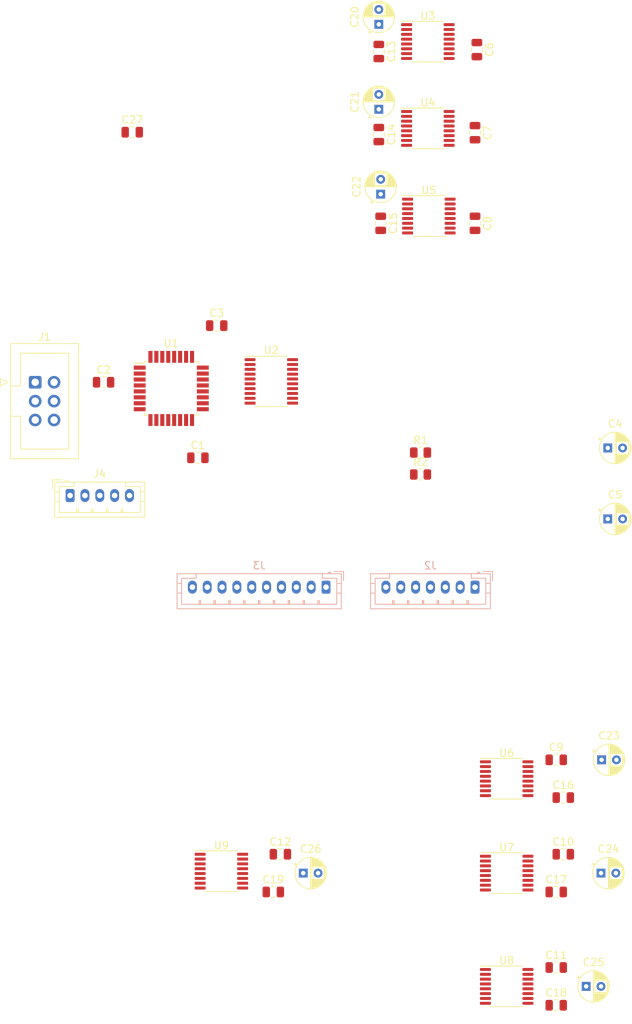
<source format=kicad_pcb>
(kicad_pcb (version 20221018) (generator pcbnew)
  (layers (0 "F.Cu" signal) (31 "B.Cu" signal) (34 "B.Paste" user) (35 "F.Paste" user) (36 "B.SilkS" user "B.Silkscreen") (37 "F.SilkS" user "F.Silkscreen") (38 "B.Mask" user) (39 "F.Mask" user) (44 "Edge.Cuts" user))
  (net 0 "")
  (net 1 "Net-(U1-AREF)")
  (net 2 "GND")
  (net 3 "+5V")
  (net 4 "+9V")
  (net 5 "/MISO")
  (net 6 "/SCK")
  (net 7 "/MOSI")
  (net 8 "/RST")
  (net 9 "/LOW2")
  (net 10 "/PRES2")
  (net 11 "/MF1B")
  (net 12 "/MF3B")
  (net 13 "/MF1A")
  (net 14 "/MF3A")
  (net 15 "/ML2")
  (net 16 "/A3")
  (net 17 "/A1")
  (net 18 "/HF1B")
  (net 19 "/HL2")
  (net 20 "/HF3B")
  (net 21 "/HF1A")
  (net 22 "/HF3A")
  (net 23 "/L1")
  (net 24 "/L3")
  (net 25 "/SCL")
  (net 26 "/SDA")
  (net 27 "/L2")
  (net 28 "Net-(C4-Pad1)")
  (net 29 "/SHDN")
  (net 30 "/CS_MF")
  (net 31 "/CS_ML")
  (net 34 "/CS_PR")
  (net 35 "/CS_LO")
  (net 41 "/HL_AB")
  (net 42 "/ML_AB")
  (net 43 "/LO_AB")
  (net 44 "/PR_AB")
  (net 45 "/CS_L")
  (net 46 "/CS_HF")
  (net 47 "/CS_HL")
  (net 48 "/HL2A")
  (net 49 "/HL2B")
  (net 50 "/ML2A")
  (net 51 "/ML2B")
  (net 52 "/PRES2B")
  (net 53 "/PRES2A")
  (net 54 "/LOW2B")
  (net 55 "/LOW2A")
  (net 61 "/C")
  (footprint "Capacitor_THT:CP_Radial_D4.0mm_P2.00mm" (layer "F.Cu") (at 147.878 35.665 90)
    (fp_text reference "C20" (at 1 -3.25 90) (layer "F.SilkS"))
    (fp_text value "10uF")
    (pad "1" thru_hole rect (at 0 0 90) (size 1.2 1.2) (drill 0.6) (layers "*.Cu" "*.Mask") (net 4 "+9V"))
    (pad "2" thru_hole circle (at 2 0 90) (size 1.2 1.2) (drill 0.6) (layers "*.Cu" "*.Mask") (net 2 "GND"))
  )
  (footprint "Capacitor_SMD:C_0805_2012Metric" (layer "F.Cu") (at 172.72 147.32)
    (fp_text reference "C10" (at 0 -1.68) (layer "F.SilkS"))
    (fp_text value "0.1u")
    (pad "1" smd roundrect (at -0.95 0) (size 1 1.45) (layers "F.Cu" "F.Paste" "F.Mask") (net 3 "+5V"))
    (pad "2" smd roundrect (at 0.95 0) (size 1 1.45) (layers "F.Cu" "F.Paste" "F.Mask") (net 2 "GND"))
  )
  (footprint "Capacitor_THT:CP_Radial_D4.0mm_P2.00mm" (layer "F.Cu") (at 148.132 58.513599 90)
    (fp_text reference "C22" (at 1 -3.25 90) (layer "F.SilkS"))
    (fp_text value "10uF")
    (pad "1" thru_hole rect (at 0 0 90) (size 1.2 1.2) (drill 0.6) (layers "*.Cu" "*.Mask") (net 4 "+9V"))
    (pad "2" thru_hole circle (at 2 0 90) (size 1.2 1.2) (drill 0.6) (layers "*.Cu" "*.Mask") (net 2 "GND"))
  )
  (footprint "Capacitor_SMD:C_0805_2012Metric" (layer "F.Cu") (at 171.77 167.64)
    (fp_text reference "C18" (at 0 -1.68) (layer "F.SilkS"))
    (fp_text value "0.1u")
    (pad "1" smd roundrect (at -0.95 0) (size 1 1.45) (layers "F.Cu" "F.Paste" "F.Mask") (net 4 "+9V"))
    (pad "2" smd roundrect (at 0.95 0) (size 1 1.45) (layers "F.Cu" "F.Paste" "F.Mask") (net 2 "GND"))
  )
  (footprint "Capacitor_SMD:C_0805_2012Metric" (layer "F.Cu") (at 161.086 39.065 -90)
    (fp_text reference "C6" (at 0 -1.68 90) (layer "F.SilkS"))
    (fp_text value "0.1u")
    (pad "1" smd roundrect (at -0.95 0 270) (size 1 1.45) (layers "F.Cu" "F.Paste" "F.Mask") (net 3 "+5V"))
    (pad "2" smd roundrect (at 0.95 0 270) (size 1 1.45) (layers "F.Cu" "F.Paste" "F.Mask") (net 2 "GND"))
  )
  (footprint "Capacitor_SMD:C_0805_2012Metric" (layer "F.Cu") (at 160.832 62.433 -90)
    (fp_text reference "C8" (at 0 -1.68 90) (layer "F.SilkS"))
    (fp_text value "0.1u")
    (pad "1" smd roundrect (at -0.95 0 270) (size 1 1.45) (layers "F.Cu" "F.Paste" "F.Mask") (net 3 "+5V"))
    (pad "2" smd roundrect (at 0.95 0 270) (size 1 1.45) (layers "F.Cu" "F.Paste" "F.Mask") (net 2 "GND"))
  )
  (footprint "Capacitor_THT:CP_Radial_D4.0mm_P2.00mm" (layer "F.Cu") (at 178.710604 92.66)
    (fp_text reference "C4" (at 1 -3.25) (layer "F.SilkS"))
    (fp_text value "10uF")
    (pad "1" thru_hole rect (at 0 0) (size 1.2 1.2) (drill 0.6) (layers "*.Cu" "*.Mask") (net 28 "Net-(C4-Pad1)"))
    (pad "2" thru_hole circle (at 2 0) (size 1.2 1.2) (drill 0.6) (layers "*.Cu" "*.Mask") (net 2 "GND"))
  )
  (footprint "Package_QFP:TQFP-32_7x7mm_P0.8mm" (layer "F.Cu") (at 119.92 84.65)
    (fp_text reference "U1" (at 0 -6.05) (layer "F.SilkS"))
    (fp_text value "ATmega328P-A")
    (pad "1" smd rect (at -4.25 -2.8) (size 1.6 0.55) (layers "F.Cu" "F.Paste" "F.Mask") (net 30 "/CS_MF"))
    (pad "2" smd rect (at -4.25 -2) (size 1.6 0.55) (layers "F.Cu" "F.Paste" "F.Mask") (net 31 "/CS_ML"))
    (pad "3" smd rect (at -4.25 -1.2) (size 1.6 0.55) (layers "F.Cu" "F.Paste" "F.Mask") (net 2 "GND"))
    (pad "4" smd rect (at -4.25 -0.4) (size 1.6 0.55) (layers "F.Cu" "F.Paste" "F.Mask") (net 3 "+5V"))
    (pad "5" smd rect (at -4.25 0.4) (size 1.6 0.55) (layers "F.Cu" "F.Paste" "F.Mask") (net 2 "GND"))
    (pad "6" smd rect (at -4.25 1.2) (size 1.6 0.55) (layers "F.Cu" "F.Paste" "F.Mask") (net 3 "+5V"))
    (pad "7" smd rect (at -4.25 2) (size 1.6 0.55) (layers "F.Cu" "F.Paste" "F.Mask"))
    (pad "8" smd rect (at -4.25 2.8) (size 1.6 0.55) (layers "F.Cu" "F.Paste" "F.Mask"))
    (pad "9" smd rect (at -2.8 4.25 90) (size 1.6 0.55) (layers "F.Cu" "F.Paste" "F.Mask") (net 34 "/CS_PR"))
    (pad "10" smd rect (at -2 4.25 90) (size 1.6 0.55) (layers "F.Cu" "F.Paste" "F.Mask") (net 35 "/CS_LO"))
    (pad "11" smd rect (at -1.2 4.25 90) (size 1.6 0.55) (layers "F.Cu" "F.Paste" "F.Mask"))
    (pad "12" smd rect (at -0.4 4.25 90) (size 1.6 0.55) (layers "F.Cu" "F.Paste" "F.Mask") (net 29 "/SHDN"))
    (pad "13" smd rect (at 0.4 4.25 90) (size 1.6 0.55) (layers "F.Cu" "F.Paste" "F.Mask"))
    (pad "14" smd rect (at 1.2 4.25 90) (size 1.6 0.55) (layers "F.Cu" "F.Paste" "F.Mask"))
    (pad "15" smd rect (at 2 4.25 90) (size 1.6 0.55) (layers "F.Cu" "F.Paste" "F.Mask") (net 7 "/MOSI"))
    (pad "16" smd rect (at 2.8 4.25 90) (size 1.6 0.55) (layers "F.Cu" "F.Paste" "F.Mask") (net 5 "/MISO"))
    (pad "17" smd rect (at 4.25 2.8) (size 1.6 0.55) (layers "F.Cu" "F.Paste" "F.Mask") (net 6 "/SCK"))
    (pad "18" smd rect (at 4.25 2) (size 1.6 0.55) (layers "F.Cu" "F.Paste" "F.Mask") (net 3 "+5V"))
    (pad "19" smd rect (at 4.25 1.2) (size 1.6 0.55) (layers "F.Cu" "F.Paste" "F.Mask"))
    (pad "20" smd rect (at 4.25 0.4) (size 1.6 0.55) (layers "F.Cu" "F.Paste" "F.Mask") (net 1 "Net-(U1-AREF)"))
    (pad "21" smd rect (at 4.25 -0.4) (size 1.6 0.55) (layers "F.Cu" "F.Paste" "F.Mask") (net 2 "GND"))
    (pad "22" smd rect (at 4.25 -1.2) (size 1.6 0.55) (layers "F.Cu" "F.Paste" "F.Mask"))
    (pad "23" smd rect (at 4.25 -2) (size 1.6 0.55) (layers "F.Cu" "F.Paste" "F.Mask") (net 41 "/HL_AB"))
    (pad "24" smd rect (at 4.25 -2.8) (size 1.6 0.55) (layers "F.Cu" "F.Paste" "F.Mask") (net 42 "/ML_AB"))
    (pad "25" smd rect (at 2.8 -4.25 90) (size 1.6 0.55) (layers "F.Cu" "F.Paste" "F.Mask") (net 43 "/LO_AB"))
    (pad "26" smd rect (at 2 -4.25 90) (size 1.6 0.55) (layers "F.Cu" "F.Paste" "F.Mask") (net 44 "/PR_AB"))
    (pad "27" smd rect (at 1.2 -4.25 90) (size 1.6 0.55) (layers "F.Cu" "F.Paste" "F.Mask") (net 26 "/SDA"))
    (pad "28" smd rect (at 0.4 -4.25 90) (size 1.6 0.55) (layers "F.Cu" "F.Paste" "F.Mask") (net 25 "/SCL"))
    (pad "29" smd rect (at -0.4 -4.25 90) (size 1.6 0.55) (layers "F.Cu" "F.Paste" "F.Mask") (net 8 "/RST"))
    (pad "30" smd rect (at -1.2 -4.25 90) (size 1.6 0.55) (layers "F.Cu" "F.Paste" "F.Mask") (net 45 "/CS_L"))
    (pad "31" smd rect (at -2 -4.25 90) (size 1.6 0.55) (layers "F.Cu" "F.Paste" "F.Mask") (net 46 "/CS_HF"))
    (pad "32" smd rect (at -2.8 -4.25 90) (size 1.6 0.55) (layers "F.Cu" "F.Paste" "F.Mask") (net 47 "/CS_HL"))
  )
  (footprint "Capacitor_SMD:C_0805_2012Metric" (layer "F.Cu") (at 134.62 147.32)
    (fp_text reference "C12" (at 0 -1.68) (layer "F.SilkS"))
    (fp_text value "0.1u")
    (pad "1" smd roundrect (at -0.95 0) (size 1 1.45) (layers "F.Cu" "F.Paste" "F.Mask") (net 3 "+5V"))
    (pad "2" smd roundrect (at 0.95 0) (size 1 1.45) (layers "F.Cu" "F.Paste" "F.Mask") (net 2 "GND"))
  )
  (footprint "Package_SO:TSSOP-16_4.4x5mm_P0.65mm" (layer "F.Cu") (at 165.1 165.1)
    (fp_text reference "U8" (at 0 -3.45) (layer "F.SilkS"))
    (fp_text value "AD5262")
    (pad "1" smd roundrect (at -2.8625 -2.275) (size 1.475 0.4) (layers "F.Cu" "F.Paste" "F.Mask") (net 5 "/MISO"))
    (pad "2" smd roundrect (at -2.8625 -1.625) (size 1.475 0.4) (layers "F.Cu" "F.Paste" "F.Mask") (net 17 "/A1"))
    (pad "3" smd roundrect (at -2.8625 -0.975) (size 1.475 0.4) (layers "F.Cu" "F.Paste" "F.Mask") (net 53 "/PRES2A"))
    (pad "4" smd roundrect (at -2.8625 -0.325) (size 1.475 0.4) (layers "F.Cu" "F.Paste" "F.Mask") (net 61 "/C"))
    (pad "5" smd roundrect (at -2.8625 0.325) (size 1.475 0.4) (layers "F.Cu" "F.Paste" "F.Mask") (net 4 "+9V"))
    (pad "6" smd roundrect (at -2.8625 0.975) (size 1.475 0.4) (layers "F.Cu" "F.Paste" "F.Mask") (net 29 "/SHDN"))
    (pad "7" smd roundrect (at -2.8625 1.625) (size 1.475 0.4) (layers "F.Cu" "F.Paste" "F.Mask") (net 6 "/SCK"))
    (pad "8" smd roundrect (at -2.8625 2.275) (size 1.475 0.4) (layers "F.Cu" "F.Paste" "F.Mask") (net 7 "/MOSI"))
    (pad "9" smd roundrect (at 2.8625 2.275) (size 1.475 0.4) (layers "F.Cu" "F.Paste" "F.Mask") (net 34 "/CS_PR"))
    (pad "10" smd roundrect (at 2.8625 1.625) (size 1.475 0.4) (layers "F.Cu" "F.Paste" "F.Mask"))
    (pad "11" smd roundrect (at 2.8625 0.975) (size 1.475 0.4) (layers "F.Cu" "F.Paste" "F.Mask") (net 2 "GND"))
    (pad "12" smd roundrect (at 2.8625 0.325) (size 1.475 0.4) (layers "F.Cu" "F.Paste" "F.Mask") (net 2 "GND"))
    (pad "13" smd roundrect (at 2.8625 -0.325) (size 1.475 0.4) (layers "F.Cu" "F.Paste" "F.Mask") (net 3 "+5V"))
    (pad "14" smd roundrect (at 2.8625 -0.975) (size 1.475 0.4) (layers "F.Cu" "F.Paste" "F.Mask") (net 16 "/A3"))
    (pad "15" smd roundrect (at 2.8625 -1.625) (size 1.475 0.4) (layers "F.Cu" "F.Paste" "F.Mask") (net 52 "/PRES2B"))
    (pad "16" smd roundrect (at 2.8625 -2.275) (size 1.475 0.4) (layers "F.Cu" "F.Paste" "F.Mask") (net 61 "/C"))
  )
  (footprint "Package_SO:TSSOP-16_4.4x5mm_P0.65mm" (layer "F.Cu") (at 165.1 137.16)
    (fp_text reference "U6" (at 0 -3.45) (layer "F.SilkS"))
    (fp_text value "AD5262")
    (pad "1" smd roundrect (at -2.8625 -2.275) (size 1.475 0.4) (layers "F.Cu" "F.Paste" "F.Mask") (net 5 "/MISO"))
    (pad "2" smd roundrect (at -2.8625 -1.625) (size 1.475 0.4) (layers "F.Cu" "F.Paste" "F.Mask") (net 13 "/MF1A"))
    (pad "3" smd roundrect (at -2.8625 -0.975) (size 1.475 0.4) (layers "F.Cu" "F.Paste" "F.Mask") (net 13 "/MF1A"))
    (pad "4" smd roundrect (at -2.8625 -0.325) (size 1.475 0.4) (layers "F.Cu" "F.Paste" "F.Mask") (net 14 "/MF3A"))
    (pad "5" smd roundrect (at -2.8625 0.325) (size 1.475 0.4) (layers "F.Cu" "F.Paste" "F.Mask") (net 4 "+9V"))
    (pad "6" smd roundrect (at -2.8625 0.975) (size 1.475 0.4) (layers "F.Cu" "F.Paste" "F.Mask") (net 29 "/SHDN"))
    (pad "7" smd roundrect (at -2.8625 1.625) (size 1.475 0.4) (layers "F.Cu" "F.Paste" "F.Mask") (net 6 "/SCK"))
    (pad "8" smd roundrect (at -2.8625 2.275) (size 1.475 0.4) (layers "F.Cu" "F.Paste" "F.Mask") (net 7 "/MOSI"))
    (pad "9" smd roundrect (at 2.8625 2.275) (size 1.475 0.4) (layers "F.Cu" "F.Paste" "F.Mask") (net 30 "/CS_MF"))
    (pad "10" smd roundrect (at 2.8625 1.625) (size 1.475 0.4) (layers "F.Cu" "F.Paste" "F.Mask"))
    (pad "11" smd roundrect (at 2.8625 0.975) (size 1.475 0.4) (layers "F.Cu" "F.Paste" "F.Mask") (net 2 "GND"))
    (pad "12" smd roundrect (at 2.8625 0.325) (size 1.475 0.4) (layers "F.Cu" "F.Paste" "F.Mask") (net 2 "GND"))
    (pad "13" smd roundrect (at 2.8625 -0.325) (size 1.475 0.4) (layers "F.Cu" "F.Paste" "F.Mask") (net 3 "+5V"))
    (pad "14" smd roundrect (at 2.8625 -0.975) (size 1.475 0.4) (layers "F.Cu" "F.Paste" "F.Mask") (net 12 "/MF3B"))
    (pad "15" smd roundrect (at 2.8625 -1.625) (size 1.475 0.4) (layers "F.Cu" "F.Paste" "F.Mask") (net 11 "/MF1B"))
    (pad "16" smd roundrect (at 2.8625 -2.275) (size 1.475 0.4) (layers "F.Cu" "F.Paste" "F.Mask") (net 11 "/MF1B"))
  )
  (footprint "Package_SO:TSSOP-16_4.4x5mm_P0.65mm" (layer "F.Cu") (at 165.1 149.86)
    (fp_text reference "U7" (at 0 -3.45) (layer "F.SilkS"))
    (fp_text value "AD5262")
    (pad "1" smd roundrect (at -2.8625 -2.275) (size 1.475 0.4) (layers "F.Cu" "F.Paste" "F.Mask") (net 5 "/MISO"))
    (pad "2" smd roundrect (at -2.8625 -1.625) (size 1.475 0.4) (layers "F.Cu" "F.Paste" "F.Mask") (net 17 "/A1"))
    (pad "3" smd roundrect (at -2.8625 -0.975) (size 1.475 0.4) (layers "F.Cu" "F.Paste" "F.Mask") (net 50 "/ML2A"))
    (pad "4" smd roundrect (at -2.8625 -0.325) (size 1.475 0.4) (layers "F.Cu" "F.Paste" "F.Mask") (net 61 "/C"))
    (pad "5" smd roundrect (at -2.8625 0.325) (size 1.475 0.4) (layers "F.Cu" "F.Paste" "F.Mask") (net 4 "+9V"))
    (pad "6" smd roundrect (at -2.8625 0.975) (size 1.475 0.4) (layers "F.Cu" "F.Paste" "F.Mask") (net 29 "/SHDN"))
    (pad "7" smd roundrect (at -2.8625 1.625) (size 1.475 0.4) (layers "F.Cu" "F.Paste" "F.Mask") (net 6 "/SCK"))
    (pad "8" smd roundrect (at -2.8625 2.275) (size 1.475 0.4) (layers "F.Cu" "F.Paste" "F.Mask") (net 7 "/MOSI"))
    (pad "9" smd roundrect (at 2.8625 2.275) (size 1.475 0.4) (layers "F.Cu" "F.Paste" "F.Mask") (net 31 "/CS_ML"))
    (pad "10" smd roundrect (at 2.8625 1.625) (size 1.475 0.4) (layers "F.Cu" "F.Paste" "F.Mask"))
    (pad "11" smd roundrect (at 2.8625 0.975) (size 1.475 0.4) (layers "F.Cu" "F.Paste" "F.Mask") (net 2 "GND"))
    (pad "12" smd roundrect (at 2.8625 0.325) (size 1.475 0.4) (layers "F.Cu" "F.Paste" "F.Mask") (net 2 "GND"))
    (pad "13" smd roundrect (at 2.8625 -0.325) (size 1.475 0.4) (layers "F.Cu" "F.Paste" "F.Mask") (net 3 "+5V"))
    (pad "14" smd roundrect (at 2.8625 -0.975) (size 1.475 0.4) (layers "F.Cu" "F.Paste" "F.Mask") (net 16 "/A3"))
    (pad "15" smd roundrect (at 2.8625 -1.625) (size 1.475 0.4) (layers "F.Cu" "F.Paste" "F.Mask") (net 51 "/ML2B"))
    (pad "16" smd roundrect (at 2.8625 -2.275) (size 1.475 0.4) (layers "F.Cu" "F.Paste" "F.Mask") (net 61 "/C"))
  )
  (footprint "Connector_JST:JST_PH_B5B-PH-K_1x05_P2.00mm_Vertical" (layer "F.Cu") (at 106.3 99.06)
    (fp_text reference "J4" (at 4 -2.9) (layer "F.SilkS"))
    (fp_text value "I2C_control")
    (pad "1" thru_hole roundrect (at 0 0) (size 1.2 1.75) (drill 0.75) (layers "*.Cu" "*.Mask") (roundrect_rratio 0.208333) (net 4 "+9V"))
    (pad "2" thru_hole oval (at 2 0) (size 1.2 1.75) (drill 0.75) (layers "*.Cu" "*.Mask") (net 3 "+5V"))
    (pad "3" thru_hole oval (at 4 0) (size 1.2 1.75) (drill 0.75) (layers "*.Cu" "*.Mask") (net 25 "/SCL"))
    (pad "4" thru_hole oval (at 6 0) (size 1.2 1.75) (drill 0.75) (layers "*.Cu" "*.Mask") (net 26 "/SDA"))
    (pad "5" thru_hole oval (at 8 0) (size 1.2 1.75) (drill 0.75) (layers "*.Cu" "*.Mask") (net 2 "GND"))
  )
  (footprint "Capacitor_THT:CP_Radial_D4.0mm_P2.00mm" (layer "F.Cu") (at 177.88 134.62)
    (fp_text reference "C23" (at 1 -3.25) (layer "F.SilkS"))
    (fp_text value "10uF")
    (pad "1" thru_hole rect (at 0 0) (size 1.2 1.2) (drill 0.6) (layers "*.Cu" "*.Mask") (net 4 "+9V"))
    (pad "2" thru_hole circle (at 2 0) (size 1.2 1.2) (drill 0.6) (layers "*.Cu" "*.Mask") (net 2 "GND"))
  )
  (footprint "Capacitor_SMD:C_0805_2012Metric" (layer "F.Cu") (at 171.77 152.4)
    (fp_text reference "C17" (at 0 -1.68) (layer "F.SilkS"))
    (fp_text value "0.1u")
    (pad "1" smd roundrect (at -0.95 0) (size 1 1.45) (layers "F.Cu" "F.Paste" "F.Mask") (net 4 "+9V"))
    (pad "2" smd roundrect (at 0.95 0) (size 1 1.45) (layers "F.Cu" "F.Paste" "F.Mask") (net 2 "GND"))
  )
  (footprint "Capacitor_THT:CP_Radial_D4.0mm_P2.00mm" (layer "F.Cu") (at 177.8 149.86)
    (fp_text reference "C24" (at 1 -3.25) (layer "F.SilkS"))
    (fp_text value "10uF")
    (pad "1" thru_hole rect (at 0 0) (size 1.2 1.2) (drill 0.6) (layers "*.Cu" "*.Mask") (net 4 "+9V"))
    (pad "2" thru_hole circle (at 2 0) (size 1.2 1.2) (drill 0.6) (layers "*.Cu" "*.Mask") (net 2 "GND"))
  )
  (footprint "Capacitor_SMD:C_0805_2012Metric" (layer "F.Cu") (at 110.81 83.82)
    (fp_text reference "C2" (at 0 -1.68) (layer "F.SilkS"))
    (fp_text value "0.1u")
    (pad "1" smd roundrect (at -0.95 0) (size 1 1.45) (layers "F.Cu" "F.Paste" "F.Mask") (net 3 "+5V"))
    (pad "2" smd roundrect (at 0.95 0) (size 1 1.45) (layers "F.Cu" "F.Paste" "F.Mask") (net 2 "GND"))
  )
  (footprint "Connector_IDC:IDC-Header_2x03_P2.54mm_Vertical" (layer "F.Cu") (at 101.6 83.82)
    (fp_text reference "J1" (at 1.27 -6.1) (layer "F.SilkS"))
    (fp_text value "ISCP")
    (pad "1" thru_hole roundrect (at 0 0) (size 1.7 1.7) (drill 1) (layers "*.Cu" "*.Mask") (roundrect_rratio 0.147059) (net 5 "/MISO"))
    (pad "2" thru_hole circle (at 2.54 0) (size 1.7 1.7) (drill 1) (layers "*.Cu" "*.Mask") (net 3 "+5V"))
    (pad "3" thru_hole circle (at 0 2.54) (size 1.7 1.7) (drill 1) (layers "*.Cu" "*.Mask") (net 6 "/SCK"))
    (pad "4" thru_hole circle (at 2.54 2.54) (size 1.7 1.7) (drill 1) (layers "*.Cu" "*.Mask") (net 7 "/MOSI"))
    (pad "5" thru_hole circle (at 0 5.08) (size 1.7 1.7) (drill 1) (layers "*.Cu" "*.Mask") (net 8 "/RST"))
    (pad "6" thru_hole circle (at 2.54 5.08) (size 1.7 1.7) (drill 1) (layers "*.Cu" "*.Mask") (net 2 "GND"))
  )
  (footprint "Capacitor_THT:CP_Radial_D4.0mm_P2.00mm" (layer "F.Cu") (at 178.710604 102.21)
    (fp_text reference "C5" (at 1 -3.25) (layer "F.SilkS"))
    (fp_text value "47uF")
    (pad "1" thru_hole rect (at 0 0) (size 1.2 1.2) (drill 0.6) (layers "*.Cu" "*.Mask") (net 61 "/C"))
    (pad "2" thru_hole circle (at 2 0) (size 1.2 1.2) (drill 0.6) (layers "*.Cu" "*.Mask") (net 2 "GND"))
  )
  (footprint "Capacitor_SMD:C_0805_2012Metric" (layer "F.Cu") (at 147.878 50.495 -90)
    (fp_text reference "C14" (at 0 -1.68 90) (layer "F.SilkS"))
    (fp_text value "0.1u")
    (pad "1" smd roundrect (at -0.95 0 270) (size 1 1.45) (layers "F.Cu" "F.Paste" "F.Mask") (net 4 "+9V"))
    (pad "2" smd roundrect (at 0.95 0 270) (size 1 1.45) (layers "F.Cu" "F.Paste" "F.Mask") (net 2 "GND"))
  )
  (footprint "Capacitor_SMD:C_0805_2012Metric" (layer "F.Cu") (at 123.51 93.98)
    (fp_text reference "C1" (at 0 -1.68) (layer "F.SilkS"))
    (fp_text value "0.1u")
    (pad "1" smd roundrect (at -0.95 0) (size 1 1.45) (layers "F.Cu" "F.Paste" "F.Mask") (net 1 "Net-(U1-AREF)"))
    (pad "2" smd roundrect (at 0.95 0) (size 1 1.45) (layers "F.Cu" "F.Paste" "F.Mask") (net 2 "GND"))
  )
  (footprint "Capacitor_SMD:C_0805_2012Metric" (layer "F.Cu") (at 114.67 50.175)
    (fp_text reference "C27" (at 0 -1.68) (layer "F.SilkS"))
    (fp_text value "0.1u")
    (pad "1" smd roundrect (at -0.95 0) (size 1 1.45) (layers "F.Cu" "F.Paste" "F.Mask") (net 4 "+9V"))
    (pad "2" smd roundrect (at 0.95 0) (size 1 1.45) (layers "F.Cu" "F.Paste" "F.Mask") (net 2 "GND"))
  )
  (footprint "Package_SO:TSSOP-16_4.4x5mm_P0.65mm" (layer "F.Cu") (at 154.482 49.667)
    (fp_text reference "U4" (at 0 -3.45) (layer "F.SilkS"))
    (fp_text value "AD5262")
    (pad "1" smd roundrect (at -2.8625 -2.275) (size 1.475 0.4) (layers "F.Cu" "F.Paste" "F.Mask") (net 5 "/MISO"))
    (pad "2" smd roundrect (at -2.8625 -1.625) (size 1.475 0.4) (layers "F.Cu" "F.Paste" "F.Mask") (net 21 "/HF1A"))
    (pad "3" smd roundrect (at -2.8625 -0.975) (size 1.475 0.4) (layers "F.Cu" "F.Paste" "F.Mask") (net 21 "/HF1A"))
    (pad "4" smd roundrect (at -2.8625 -0.325) (size 1.475 0.4) (layers "F.Cu" "F.Paste" "F.Mask") (net 22 "/HF3A"))
    (pad "5" smd roundrect (at -2.8625 0.325) (size 1.475 0.4) (layers "F.Cu" "F.Paste" "F.Mask") (net 4 "+9V"))
    (pad "6" smd roundrect (at -2.8625 0.975) (size 1.475 0.4) (layers "F.Cu" "F.Paste" "F.Mask") (net 29 "/SHDN"))
    (pad "7" smd roundrect (at -2.8625 1.625) (size 1.475 0.4) (layers "F.Cu" "F.Paste" "F.Mask") (net 6 "/SCK"))
    (pad "8" smd roundrect (at -2.8625 2.275) (size 1.475 0.4) (layers "F.Cu" "F.Paste" "F.Mask") (net 7 "/MOSI"))
    (pad "9" smd roundrect (at 2.8625 2.275) (size 1.475 0.4) (layers "F.Cu" "F.Paste" "F.Mask") (net 46 "/CS_HF"))
    (pad "10" smd roundrect (at 2.8625 1.625) (size 1.475 0.4) (layers "F.Cu" "F.Paste" "F.Mask"))
    (pad "11" smd roundrect (at 2.8625 0.975) (size 1.475 0.4) (layers "F.Cu" "F.Paste" "F.Mask") (net 2 "GND"))
    (pad "12" smd roundrect (at 2.8625 0.325) (size 1.475 0.4) (layers "F.Cu" "F.Paste" "F.Mask") (net 2 "GND"))
    (pad "13" smd roundrect (at 2.8625 -0.325) (size 1.475 0.4) (layers "F.Cu" "F.Paste" "F.Mask") (net 3 "+5V"))
    (pad "14" smd roundrect (at 2.8625 -0.975) (size 1.475 0.4) (layers "F.Cu" "F.Paste" "F.Mask") (net 20 "/HF3B"))
    (pad "15" smd roundrect (at 2.8625 -1.625) (size 1.475 0.4) (layers "F.Cu" "F.Paste" "F.Mask") (net 18 "/HF1B"))
    (pad "16" smd roundrect (at 2.8625 -2.275) (size 1.475 0.4) (layers "F.Cu" "F.Paste" "F.Mask") (net 18 "/HF1B"))
  )
  (footprint "Capacitor_THT:CP_Radial_D4.0mm_P2.00mm" (layer "F.Cu") (at 137.7 149.86)
    (fp_text reference "C26" (at 1 -3.25) (layer "F.SilkS"))
    (fp_text value "10uF")
    (pad "1" thru_hole rect (at 0 0) (size 1.2 1.2) (drill 0.6) (layers "*.Cu" "*.Mask") (net 4 "+9V"))
    (pad "2" thru_hole circle (at 2 0) (size 1.2 1.2) (drill 0.6) (layers "*.Cu" "*.Mask") (net 2 "GND"))
  )
  (footprint "Capacitor_SMD:C_0805_2012Metric" (layer "F.Cu") (at 133.67 152.4)
    (fp_text reference "C19" (at 0 -1.68) (layer "F.SilkS"))
    (fp_text value "0.1u")
    (pad "1" smd roundrect (at -0.95 0) (size 1 1.45) (layers "F.Cu" "F.Paste" "F.Mask") (net 4 "+9V"))
    (pad "2" smd roundrect (at 0.95 0) (size 1 1.45) (layers "F.Cu" "F.Paste" "F.Mask") (net 2 "GND"))
  )
  (footprint "Capacitor_SMD:C_0805_2012Metric" (layer "F.Cu") (at 126.05 76.2)
    (fp_text reference "C3" (at 0 -1.68) (layer "F.SilkS"))
    (fp_text value "0.1u")
    (pad "1" smd roundrect (at -0.95 0) (size 1 1.45) (layers "F.Cu" "F.Paste" "F.Mask") (net 3 "+5V"))
    (pad "2" smd roundrect (at 0.95 0) (size 1 1.45) (layers "F.Cu" "F.Paste" "F.Mask") (net 2 "GND"))
  )
  (footprint "Capacitor_SMD:C_0805_2012Metric" (layer "F.Cu") (at 172.72 139.7)
    (fp_text reference "C16" (at 0 -1.68) (layer "F.SilkS"))
    (fp_text value "0.1u")
    (pad "1" smd roundrect (at -0.95 0) (size 1 1.45) (layers "F.Cu" "F.Paste" "F.Mask") (net 4 "+9V"))
    (pad "2" smd roundrect (at 0.95 0) (size 1 1.45) (layers "F.Cu" "F.Paste" "F.Mask") (net 2 "GND"))
  )
  (footprint "Capacitor_THT:CP_Radial_D4.0mm_P2.00mm" (layer "F.Cu") (at 175.8 165.1)
    (fp_text reference "C25" (at 1 -3.25) (layer "F.SilkS"))
    (fp_text value "10uF")
    (pad "1" thru_hole rect (at 0 0) (size 1.2 1.2) (drill 0.6) (layers "*.Cu" "*.Mask") (net 4 "+9V"))
    (pad "2" thru_hole circle (at 2 0) (size 1.2 1.2) (drill 0.6) (layers "*.Cu" "*.Mask") (net 2 "GND"))
  )
  (footprint "Package_SO:TSSOP-16_4.4x5mm_P0.65mm" (layer "F.Cu") (at 126.6775 149.595)
    (fp_text reference "U9" (at 0 -3.45) (layer "F.SilkS"))
    (fp_text value "AD5262")
    (pad "1" smd roundrect (at -2.8625 -2.275) (size 1.475 0.4) (layers "F.Cu" "F.Paste" "F.Mask") (net 5 "/MISO"))
    (pad "2" smd roundrect (at -2.8625 -1.625) (size 1.475 0.4) (layers "F.Cu" "F.Paste" "F.Mask") (net 17 "/A1"))
    (pad "3" smd roundrect (at -2.8625 -0.975) (size 1.475 0.4) (layers "F.Cu" "F.Paste" "F.Mask") (net 55 "/LOW2A"))
    (pad "4" smd roundrect (at -2.8625 -0.325) (size 1.475 0.4) (layers "F.Cu" "F.Paste" "F.Mask") (net 61 "/C"))
    (pad "5" smd roundrect (at -2.8625 0.325) (size 1.475 0.4) (layers "F.Cu" "F.Paste" "F.Mask") (net 4 "+9V"))
    (pad "6" smd roundrect (at -2.8625 0.975) (size 1.475 0.4) (layers "F.Cu" "F.Paste" "F.Mask") (net 29 "/SHDN"))
    (pad "7" smd roundrect (at -2.8625 1.625) (size 1.475 0.4) (layers "F.Cu" "F.Paste" "F.Mask") (net 6 "/SCK"))
    (pad "8" smd roundrect (at -2.8625 2.275) (size 1.475 0.4) (layers "F.Cu" "F.Paste" "F.Mask") (net 7 "/MOSI"))
    (pad "9" smd roundrect (at 2.8625 2.275) (size 1.475 0.4) (layers "F.Cu" "F.Paste" "F.Mask") (net 35 "/CS_LO"))
    (pad "10" smd roundrect (at 2.8625 1.625) (size 1.475 0.4) (layers "F.Cu" "F.Paste" "F.Mask"))
    (pad "11" smd roundrect (at 2.8625 0.975) (size 1.475 0.4) (layers "F.Cu" "F.Paste" "F.Mask") (net 2 "GND"))
    (pad "12" smd roundrect (at 2.8625 0.325) (size 1.475 0.4) (layers "F.Cu" "F.Paste" "F.Mask") (net 2 "GND"))
    (pad "13" smd roundrect (at 2.8625 -0.325) (size 1.475 0.4) (layers "F.Cu" "F.Paste" "F.Mask") (net 3 "+5V"))
    (pad "14" smd roundrect (at 2.8625 -0.975) (size 1.475 0.4) (layers "F.Cu" "F.Paste" "F.Mask") (net 16 "/A3"))
    (pad "15" smd roundrect (at 2.8625 -1.625) (size 1.475 0.4) (layers "F.Cu" "F.Paste" "F.Mask") (net 54 "/LOW2B"))
    (pad "16" smd roundrect (at 2.8625 -2.275) (size 1.475 0.4) (layers "F.Cu" "F.Paste" "F.Mask") (net 61 "/C"))
  )
  (footprint "Capacitor_SMD:C_0805_2012Metric" (layer "F.Cu") (at 171.77 162.56)
    (fp_text reference "C11" (at 0 -1.68) (layer "F.SilkS"))
    (fp_text value "0.1u")
    (pad "1" smd roundrect (at -0.95 0) (size 1 1.45) (layers "F.Cu" "F.Paste" "F.Mask") (net 3 "+5V"))
    (pad "2" smd roundrect (at 0.95 0) (size 1 1.45) (layers "F.Cu" "F.Paste" "F.Mask") (net 2 "GND"))
  )
  (footprint "Package_SO:TSSOP-20_4.4x6.5mm_P0.65mm" (layer "F.Cu") (at 133.4 83.703)
    (fp_text reference "U2" (at 0 -4.2) (layer "F.SilkS"))
    (fp_text value "~")
    (pad "1" smd roundrect (at -2.8625 -2.925) (size 1.475 0.4) (layers "F.Cu" "F.Paste" "F.Mask") (net 41 "/HL_AB"))
    (pad "2" smd roundrect (at -2.8625 -2.275) (size 1.475 0.4) (layers "F.Cu" "F.Paste" "F.Mask") (net 48 "/HL2A"))
    (pad "3" smd roundrect (at -2.8625 -1.625) (size 1.475 0.4) (layers "F.Cu" "F.Paste" "F.Mask") (net 19 "/HL2"))
    (pad "4" smd roundrect (at -2.8625 -0.975) (size 1.475 0.4) (layers "F.Cu" "F.Paste" "F.Mask") (net 49 "/HL2B"))
    (pad "5" smd roundrect (at -2.8625 -0.325) (size 1.475 0.4) (layers "F.Cu" "F.Paste" "F.Mask") (net 2 "GND"))
    (pad "6" smd roundrect (at -2.8625 0.325) (size 1.475 0.4) (layers "F.Cu" "F.Paste" "F.Mask") (net 2 "GND"))
    (pad "7" smd roundrect (at -2.8625 0.975) (size 1.475 0.4) (layers "F.Cu" "F.Paste" "F.Mask") (net 50 "/ML2A"))
    (pad "8" smd roundrect (at -2.8625 1.625) (size 1.475 0.4) (layers "F.Cu" "F.Paste" "F.Mask") (net 15 "/ML2"))
    (pad "9" smd roundrect (at -2.8625 2.275) (size 1.475 0.4) (layers "F.Cu" "F.Paste" "F.Mask") (net 51 "/ML2B"))
    (pad "10" smd roundrect (at -2.8625 2.925) (size 1.475 0.4) (layers "F.Cu" "F.Paste" "F.Mask") (net 42 "/ML_AB"))
    (pad "11" smd roundrect (at 2.8625 2.925) (size 1.475 0.4) (layers "F.Cu" "F.Paste" "F.Mask") (net 44 "/PR_AB"))
    (pad "12" smd roundrect (at 2.8625 2.275) (size 1.475 0.4) (layers "F.Cu" "F.Paste" "F.Mask") (net 52 "/PRES2B"))
    (pad "13" smd roundrect (at 2.8625 1.625) (size 1.475 0.4) (layers "F.Cu" "F.Paste" "F.Mask") (net 10 "/PRES2"))
    (pad "14" smd roundrect (at 2.8625 0.975) (size 1.475 0.4) (layers "F.Cu" "F.Paste" "F.Mask") (net 53 "/PRES2A"))
    (pad "15" smd roundrect (at 2.8625 0.325) (size 1.475 0.4) (layers "F.Cu" "F.Paste" "F.Mask"))
    (pad "16" smd roundrect (at 2.8625 -0.325) (size 1.475 0.4) (layers "F.Cu" "F.Paste" "F.Mask") (net 4 "+9V"))
    (pad "17" smd roundrect (at 2.8625 -0.975) (size 1.475 0.4) (layers "F.Cu" "F.Paste" "F.Mask") (net 54 "/LOW2B"))
    (pad "18" smd roundrect (at 2.8625 -1.625) (size 1.475 0.4) (layers "F.Cu" "F.Paste" "F.Mask") (net 9 "/LOW2"))
    (pad "19" smd roundrect (at 2.8625 -2.275) (size 1.475 0.4) (layers "F.Cu" "F.Paste" "F.Mask") (net 55 "/LOW2A"))
    (pad "20" smd roundrect (at 2.8625 -2.925) (size 1.475 0.4) (layers "F.Cu" "F.Paste" "F.Mask") (net 43 "/LO_AB"))
  )
  (footprint "Capacitor_SMD:C_0805_2012Metric" (layer "F.Cu") (at 160.832 50.241 -90)
    (fp_text reference "C7" (at 0 -1.68 90) (layer "F.SilkS"))
    (fp_text value "0.1u")
    (pad "1" smd roundrect (at -0.95 0 270) (size 1 1.45) (layers "F.Cu" "F.Paste" "F.Mask") (net 3 "+5V"))
    (pad "2" smd roundrect (at 0.95 0 270) (size 1 1.45) (layers "F.Cu" "F.Paste" "F.Mask") (net 2 "GND"))
  )
  (footprint "Capacitor_SMD:C_0805_2012Metric" (layer "F.Cu") (at 171.77 134.62)
    (fp_text reference "C9" (at 0 -1.68) (layer "F.SilkS"))
    (fp_text value "0.1u")
    (pad "1" smd roundrect (at -0.95 0) (size 1 1.45) (layers "F.Cu" "F.Paste" "F.Mask") (net 3 "+5V"))
    (pad "2" smd roundrect (at 0.95 0) (size 1 1.45) (layers "F.Cu" "F.Paste" "F.Mask") (net 2 "GND"))
  )
  (footprint "Package_SO:TSSOP-16_4.4x5mm_P0.65mm" (layer "F.Cu") (at 154.6175 61.457)
    (fp_text reference "U5" (at 0 -3.45) (layer "F.SilkS"))
    (fp_text value "AD5262")
    (pad "1" smd roundrect (at -2.8625 -2.275) (size 1.475 0.4) (layers "F.Cu" "F.Paste" "F.Mask") (net 5 "/MISO"))
    (pad "2" smd roundrect (at -2.8625 -1.625) (size 1.475 0.4) (layers "F.Cu" "F.Paste" "F.Mask") (net 17 "/A1"))
    (pad "3" smd roundrect (at -2.8625 -0.975) (size 1.475 0.4) (layers "F.Cu" "F.Paste" "F.Mask") (net 48 "/HL2A"))
    (pad "4" smd roundrect (at -2.8625 -0.325) (size 1.475 0.4) (layers "F.Cu" "F.Paste" "F.Mask") (net 61 "/C"))
    (pad "5" smd roundrect (at -2.8625 0.325) (size 1.475 0.4) (layers "F.Cu" "F.Paste" "F.Mask") (net 4 "+9V"))
    (pad "6" smd roundrect (at -2.8625 0.975) (size 1.475 0.4) (layers "F.Cu" "F.Paste" "F.Mask") (net 29 "/SHDN"))
    (pad "7" smd roundrect (at -2.8625 1.625) (size 1.475 0.4) (layers "F.Cu" "F.Paste" "F.Mask") (net 6 "/SCK"))
    (pad "8" smd roundrect (at -2.8625 2.275) (size 1.475 0.4) (layers "F.Cu" "F.Paste" "F.Mask") (net 7 "/MOSI"))
    (pad "9" smd roundrect (at 2.8625 2.275) (size 1.475 0.4) (layers "F.Cu" "F.Paste" "F.Mask") (net 47 "/CS_HL"))
    (pad "10" smd roundrect (at 2.8625 1.625) (size 1.475 0.4) (layers "F.Cu" "F.Paste" "F.Mask"))
    (pad "11" smd roundrect (at 2.8625 0.975) (size 1.475 0.4) (layers "F.Cu" "F.Paste" "F.Mask") (net 2 "GND"))
    (pad "12" smd roundrect (at 2.8625 0.325) (size 1.475 0.4) (layers "F.Cu" "F.Paste" "F.Mask") (net 2 "GND"))
    (pad "13" smd roundrect (at 2.8625 -0.325) (size 1.475 0.4) (layers "F.Cu" "F.Paste" "F.Mask") (net 3 "+5V"))
    (pad "14" smd roundrect (at 2.8625 -0.975) (size 1.475 0.4) (layers "F.Cu" "F.Paste" "F.Mask") (net 16 "/A3"))
    (pad "15" smd roundrect (at 2.8625 -1.625) (size 1.475 0.4) (layers "F.Cu" "F.Paste" "F.Mask") (net 49 "/HL2B"))
    (pad "16" smd roundrect (at 2.8625 -2.275) (size 1.475 0.4) (layers "F.Cu" "F.Paste" "F.Mask") (net 61 "/C"))
  )
  (footprint "Capacitor_THT:CP_Radial_D4.0mm_P2.00mm" (layer "F.Cu") (at 147.878 47.095 90)
    (fp_text reference "C21" (at 1 -3.25 90) (layer "F.SilkS"))
    (fp_text value "10uF")
    (pad "1" thru_hole rect (at 0 0 90) (size 1.2 1.2) (drill 0.6) (layers "*.Cu" "*.Mask") (net 4 "+9V"))
    (pad "2" thru_hole circle (at 2 0 90) (size 1.2 1.2) (drill 0.6) (layers "*.Cu" "*.Mask") (net 2 "GND"))
  )
  (footprint "Package_SO:TSSOP-16_4.4x5mm_P0.65mm" (layer "F.Cu") (at 154.482 37.983)
    (fp_text reference "U3" (at 0 -3.45) (layer "F.SilkS"))
    (fp_text value "AD5262")
    (pad "1" smd roundrect (at -2.8625 -2.275) (size 1.475 0.4) (layers "F.Cu" "F.Paste" "F.Mask") (net 5 "/MISO"))
    (pad "2" smd roundrect (at -2.8625 -1.625) (size 1.475 0.4) (layers "F.Cu" "F.Paste" "F.Mask") (net 23 "/L1"))
    (pad "3" smd roundrect (at -2.8625 -0.975) (size 1.475 0.4) (layers "F.Cu" "F.Paste" "F.Mask") (net 27 "/L2"))
    (pad "4" smd roundrect (at -2.8625 -0.325) (size 1.475 0.4) (layers "F.Cu" "F.Paste" "F.Mask") (net 24 "/L3"))
    (pad "5" smd roundrect (at -2.8625 0.325) (size 1.475 0.4) (layers "F.Cu" "F.Paste" "F.Mask") (net 4 "+9V"))
    (pad "6" smd roundrect (at -2.8625 0.975) (size 1.475 0.4) (layers "F.Cu" "F.Paste" "F.Mask") (net 29 "/SHDN"))
    (pad "7" smd roundrect (at -2.8625 1.625) (size 1.475 0.4) (layers "F.Cu" "F.Paste" "F.Mask") (net 6 "/SCK"))
    (pad "8" smd roundrect (at -2.8625 2.275) (size 1.475 0.4) (layers "F.Cu" "F.Paste" "F.Mask") (net 7 "/MOSI"))
    (pad "9" smd roundrect (at 2.8625 2.275) (size 1.475 0.4) (layers "F.Cu" "F.Paste" "F.Mask") (net 45 "/CS_L"))
    (pad "10" smd roundrect (at 2.8625 1.625) (size 1.475 0.4) (layers "F.Cu" "F.Paste" "F.Mask"))
    (pad "11" smd roundrect (at 2.8625 0.975) (size 1.475 0.4) (layers "F.Cu" "F.Paste" "F.Mask") (net 2 "GND"))
    (pad "12" smd roundrect (at 2.8625 0.325) (size 1.475 0.4) (layers "F.Cu" "F.Paste" "F.Mask") (net 2 "GND"))
    (pad "13" smd roundrect (at 2.8625 -0.325) (size 1.475 0.4) (layers "F.Cu" "F.Paste" "F.Mask") (net 3 "+5V"))
    (pad "14" smd roundrect (at 2.8625 -0.975) (size 1.475 0.4) (layers "F.Cu" "F.Paste" "F.Mask"))
    (pad "15" smd roundrect (at 2.8625 -1.625) (size 1.475 0.4) (layers "F.Cu" "F.Paste" "F.Mask"))
    (pad "16" smd roundrect (at 2.8625 -2.275) (size 1.475 0.4) (layers "F.Cu" "F.Paste" "F.Mask"))
  )
  (footprint "Capacitor_SMD:C_0805_2012Metric" (layer "F.Cu") (at 148.132 62.433 -90)
    (fp_text reference "C15" (at 0 -1.68 90) (layer "F.SilkS"))
    (fp_text value "0.1u")
    (pad "1" smd roundrect (at -0.95 0 270) (size 1 1.45) (layers "F.Cu" "F.Paste" "F.Mask") (net 4 "+9V"))
    (pad "2" smd roundrect (at 0.95 0 270) (size 1 1.45) (layers "F.Cu" "F.Paste" "F.Mask") (net 2 "GND"))
  )
  (footprint "Resistor_SMD:R_0805_2012Metric" (layer "F.Cu") (at 153.5 93.28)
    (fp_text reference "R1" (at 0 -1.65) (layer "F.SilkS"))
    (fp_text value "1.5k")
    (pad "1" smd roundrect (at -0.9125 0) (size 1.025 1.4) (layers "F.Cu" "F.Paste" "F.Mask") (roundrect_rratio 0.243902) (net 27 "/L2"))
    (pad "2" smd roundrect (at 0.9125 0) (size 1.025 1.4) (layers "F.Cu" "F.Paste" "F.Mask") (roundrect_rratio 0.243902) (net 28 "Net-(C4-Pad1)"))
  )
  (footprint "Resistor_SMD:R_0805_2012Metric" (layer "F.Cu") (at 153.5 96.23)
    (fp_text reference "R2" (at 0 -1.65) (layer "F.SilkS"))
    (fp_text value "100k")
    (pad "1" smd roundrect (at -0.9125 0) (size 1.025 1.4) (layers "F.Cu" "F.Paste" "F.Mask") (roundrect_rratio 0.243902) (net 29 "/SHDN"))
    (pad "2" smd roundrect (at 0.9125 0) (size 1.025 1.4) (layers "F.Cu" "F.Paste" "F.Mask") (roundrect_rratio 0.243902) (net 2 "GND"))
  )
  (footprint "Capacitor_SMD:C_0805_2012Metric" (layer "F.Cu") (at 147.878 39.319 -90)
    (fp_text reference "C13" (at 0 -1.68 90) (layer "F.SilkS"))
    (fp_text value "0.1u")
    (pad "1" smd roundrect (at -0.95 0 270) (size 1 1.45) (layers "F.Cu" "F.Paste" "F.Mask") (net 4 "+9V"))
    (pad "2" smd roundrect (at 0.95 0 270) (size 1 1.45) (layers "F.Cu" "F.Paste" "F.Mask") (net 2 "GND"))
  )
  (footprint "Connector_JST:JST_PH_B10B-PH-K_1x10_P2.00mm_Vertical" (layer "B.Cu") (at 140.766 111.389 180)
    (fp_text reference "J3" (at 9 2.9) (layer "B.SilkS") (effects (justify mirror)))
    (fp_text value "PQ-4B")
    (pad "1" thru_hole roundrect (at 0 0 180) (size 1.2 1.75) (drill 0.75) (layers "*.Cu" "*.Mask") (roundrect_rratio 0.208333) (net 16 "/A3"))
    (pad "2" thru_hole oval (at 2 0 180) (size 1.2 1.75) (drill 0.75) (layers "*.Cu" "*.Mask") (net 17 "/A1"))
    (pad "3" thru_hole oval (at 4 0 180) (size 1.2 1.75) (drill 0.75) (layers "*.Cu" "*.Mask") (net 18 "/HF1B"))
    (pad "4" thru_hole oval (at 6 0 180) (size 1.2 1.75) (drill 0.75) (layers "*.Cu" "*.Mask") (net 19 "/HL2"))
    (pad "5" thru_hole oval (at 8 0 180) (size 1.2 1.75) (drill 0.75) (layers "*.Cu" "*.Mask") (net 20 "/HF3B"))
    (pad "6" thru_hole oval (at 10 0 180) (size 1.2 1.75) (drill 0.75) (layers "*.Cu" "*.Mask") (net 21 "/HF1A"))
    (pad "7" thru_hole oval (at 12 0 180) (size 1.2 1.75) (drill 0.75) (layers "*.Cu" "*.Mask") (net 22 "/HF3A"))
    (pad "8" thru_hole oval (at 14 0 180) (size 1.2 1.75) (drill 0.75) (layers "*.Cu" "*.Mask") (net 2 "GND"))
    (pad "9" thru_hole oval (at 16 0 180) (size 1.2 1.75) (drill 0.75) (layers "*.Cu" "*.Mask") (net 23 "/L1"))
    (pad "10" thru_hole oval (at 18 0 180) (size 1.2 1.75) (drill 0.75) (layers "*.Cu" "*.Mask") (net 24 "/L3"))
  )
  (footprint "Connector_JST:JST_PH_B7B-PH-K_1x07_P2.00mm_Vertical" (layer "B.Cu") (at 160.832 111.389 180)
    (fp_text reference "J2" (at 6 2.9) (layer "B.SilkS") (effects (justify mirror)))
    (fp_text value "PQ-4A")
    (pad "1" thru_hole roundrect (at 0 0 180) (size 1.2 1.75) (drill 0.75) (layers "*.Cu" "*.Mask") (roundrect_rratio 0.208333) (net 9 "/LOW2"))
    (pad "2" thru_hole oval (at 2 0 180) (size 1.2 1.75) (drill 0.75) (layers "*.Cu" "*.Mask") (net 10 "/PRES2"))
    (pad "3" thru_hole oval (at 4 0 180) (size 1.2 1.75) (drill 0.75) (layers "*.Cu" "*.Mask") (net 11 "/MF1B"))
    (pad "4" thru_hole oval (at 6 0 180) (size 1.2 1.75) (drill 0.75) (layers "*.Cu" "*.Mask") (net 12 "/MF3B"))
    (pad "5" thru_hole oval (at 8 0 180) (size 1.2 1.75) (drill 0.75) (layers "*.Cu" "*.Mask") (net 13 "/MF1A"))
    (pad "6" thru_hole oval (at 10 0 180) (size 1.2 1.75) (drill 0.75) (layers "*.Cu" "*.Mask") (net 14 "/MF3A"))
    (pad "7" thru_hole oval (at 12 0 180) (size 1.2 1.75) (drill 0.75) (layers "*.Cu" "*.Mask") (net 15 "/ML2"))
  )
)
</source>
